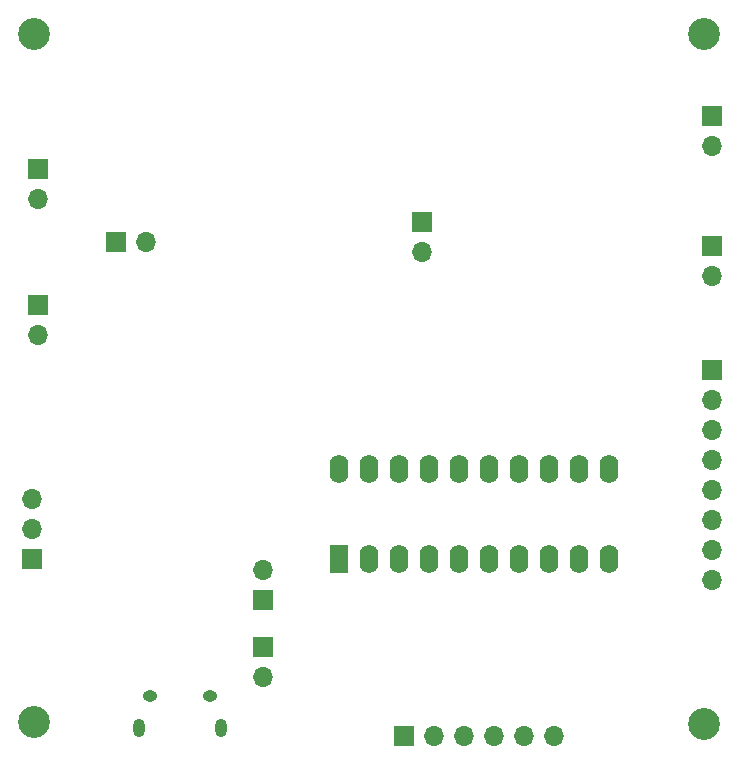
<source format=gbr>
G04 #@! TF.FileFunction,Soldermask,Bot*
%FSLAX46Y46*%
G04 Gerber Fmt 4.6, Leading zero omitted, Abs format (unit mm)*
G04 Created by KiCad (PCBNEW 4.0.7) date 03/26/18 17:29:43*
%MOMM*%
%LPD*%
G01*
G04 APERTURE LIST*
%ADD10C,0.100000*%
%ADD11R,1.700000X1.700000*%
%ADD12O,1.700000X1.700000*%
%ADD13O,1.250000X0.950000*%
%ADD14O,1.000000X1.550000*%
%ADD15R,1.600000X2.400000*%
%ADD16O,1.600000X2.400000*%
%ADD17C,2.700000*%
G04 APERTURE END LIST*
D10*
D11*
X111600000Y-71600000D03*
D12*
X111600000Y-74140000D03*
D11*
X111600000Y-83100000D03*
D12*
X111600000Y-85640000D03*
D13*
X121100000Y-116250000D03*
X126100000Y-116250000D03*
D14*
X120100000Y-118950000D03*
X127100000Y-118950000D03*
D11*
X130600000Y-112100000D03*
D12*
X130600000Y-114640000D03*
D11*
X130600000Y-108100000D03*
D12*
X130600000Y-105560000D03*
D11*
X144100000Y-76100000D03*
D12*
X144100000Y-78640000D03*
D11*
X142600000Y-119600000D03*
D12*
X145140000Y-119600000D03*
X147680000Y-119600000D03*
X150220000Y-119600000D03*
X152760000Y-119600000D03*
X155300000Y-119600000D03*
D11*
X168600000Y-67100000D03*
D12*
X168600000Y-69640000D03*
D11*
X168600000Y-78100000D03*
D12*
X168600000Y-80640000D03*
D11*
X111100000Y-104600000D03*
D12*
X111100000Y-102060000D03*
X111100000Y-99520000D03*
D11*
X168600000Y-88600000D03*
D12*
X168600000Y-91140000D03*
X168600000Y-93680000D03*
X168600000Y-96220000D03*
X168600000Y-98760000D03*
X168600000Y-101300000D03*
X168600000Y-103840000D03*
X168600000Y-106380000D03*
D15*
X137100000Y-104600000D03*
D16*
X159960000Y-96980000D03*
X139640000Y-104600000D03*
X157420000Y-96980000D03*
X142180000Y-104600000D03*
X154880000Y-96980000D03*
X144720000Y-104600000D03*
X152340000Y-96980000D03*
X147260000Y-104600000D03*
X149800000Y-96980000D03*
X149800000Y-104600000D03*
X147260000Y-96980000D03*
X152340000Y-104600000D03*
X144720000Y-96980000D03*
X154880000Y-104600000D03*
X142180000Y-96980000D03*
X157420000Y-104600000D03*
X139640000Y-96980000D03*
X159960000Y-104600000D03*
X137100000Y-96980000D03*
D17*
X168000000Y-60200000D03*
X111200000Y-60200000D03*
X111200000Y-118400000D03*
X168000000Y-118600000D03*
D11*
X118200000Y-77800000D03*
D12*
X120740000Y-77800000D03*
M02*

</source>
